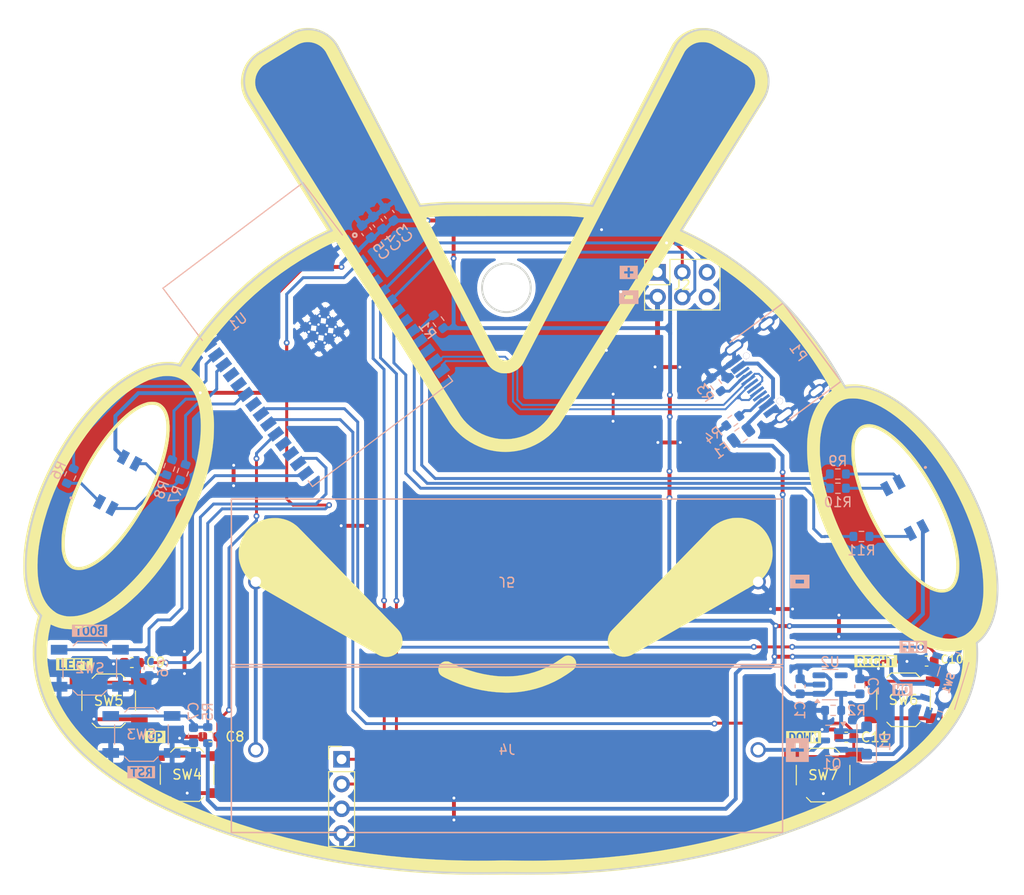
<source format=kicad_pcb>
(kicad_pcb (version 20240108) (generator "pcbnew") (generator_version "8.0")
  (title_block (title "Bugcon_2024_Community") (date "2024-09-05") (rev "v1.0") (company "Electronic Cats") (comment 1 "Lizeth Gallegos Martínez"))
  (layers (0 "F.Cu" signal) (31 "B.Cu" signal) (34 "B.Paste" user) (35 "F.Paste" user) (36 "B.SilkS" user "B.Silkscreen") (37 "F.SilkS" user "F.Silkscreen") (38 "B.Mask" user) (39 "F.Mask" user) (44 "Edge.Cuts" user))
  (net 0 "")
  (net 1 "VBUS")
  (net 2 "GND")
  (net 3 "Net-(D1-A)")
  (net 4 "/VOUT")
  (net 5 "/BOOT")
  (net 6 "/EN")
  (net 7 "/UP")
  (net 8 "/LEFT")
  (net 9 "/RIGHT")
  (net 10 "/DOWN")
  (net 11 "Net-(D1-K)")
  (net 12 "/LED1")
  (net 13 "/LED2")
  (net 14 "Net-(F1-Pad1)")
  (net 16 "/SCL")
  (net 17 "/SDA")
  (net 19 "+BATT")
  (net 20 "Net-(J4-Pin_1)")
  (net 21 "Net-(P1-VCONN)")
  (net 22 "/D-")
  (net 23 "/D+")
  (net 24 "Net-(P1-CC)")
  (net 25 "Net-(U1-IO8)")
  (net 28 "/TX")
  (net 29 "/RX1")
  (net 30 "Net-(D2-RK)")
  (net 31 "Net-(D2-GK)")
  (net 32 "/TX1")
  (net 33 "/RX")
  (net 36 "Net-(D2-BK)")
  (net 37 "/LED3")
  (net 38 "/LED4")
  (net 39 "Net-(D3-RK)")
  (net 40 "Net-(D3-GK)")
  (net 41 "/LED5")
  (net 42 "Net-(D3-BK)")
  (net 43 "/LED6")
  (footprint "Capacitor_SMD:C_0603_1608Metric" (layer "F.Cu") (at 165.718802 104.150515)
    (property "Reference" "C10")
    (property "Value" "0.1uF")
  )
  (footprint "kibuzzard-66F4762A" (layer "F.Cu") (at 160.5 104.15)
    (property "Reference" "kibuzzard-66F4762A" (hide yes))
    (property "Value" "G***" (hide yes))
  )
  (footprint "kibuzzard-66F4761D" (layer "F.Cu") (at 86.55 111.93)
    (property "Reference" "kibuzzard-66F4761D" (hide yes))
    (property "Value" "G***" (hide yes))
  )
  (footprint "Button_Switch_SMD:SW_SPST_TL3342" (layer "F.Cu") (at 163.343802 108.120515 180)
    (property "Reference" "SW6")
    (property "Value" "~")
  )
  (footprint "kibuzzard-66F47638" (layer "F.Cu") (at 153.09 111.96)
    (property "Reference" "kibuzzard-66F47638" (hide yes))
    (property "Value" "G***" (hide yes))
  )
  (footprint "Button_Switch_SMD:SW_SPST_TL3342" (layer "F.Cu") (at 81.783802 108.220515 180)
    (property "Reference" "SW5")
    (property "Value" "~")
  )
  (footprint "Capacitor_SMD:C_0603_1608Metric" (layer "F.Cu") (at 84.158802 104.300515)
    (property "Reference" "C9")
    (property "Value" "0.1uF")
  )
  (footprint "Library:Display OLED 128 x32" (layer "F.Cu") (at 105.683802 114.230515)
    (property "Reference" "J3" (hide yes))
    (property "Value" "OLED")
  )
  (footprint "Button_Switch_SMD:SW_SPST_TL3342" (layer "F.Cu") (at 89.833802 115.800515 180)
    (property "Reference" "SW4")
    (property "Value" "~")
  )
  (footprint "Capacitor_SMD:C_0603_1608Metric" (layer "F.Cu") (at 92.208802 111.920515)
    (property "Reference" "C8")
    (property "Value" "0.1uF")
  )
  (footprint "Connector_PinSocket_2.54mm:PinSocket_2x03_P2.54mm_Vertical" (layer "F.Cu") (at 138.105 64.23 90)
    (property "Reference" "J2")
    (property "Value" "Add_On")
  )
  (footprint "kibuzzard-66F4760F" (layer "F.Cu") (at 78.26 104.47)
    (property "Reference" "kibuzzard-66F4760F" (hide yes))
    (property "Value" "G***" (hide yes))
  )
  (footprint "Library:02.BugCON Personajes" (layer "F.Cu") (at 123.01 82.61)
    (property "Reference" "Ref**" (hide yes))
    (property "Value" "Val**" (hide yes))
  )
  (footprint "Capacitor_SMD:C_0603_1608Metric" (layer "F.Cu") (at 157.468802 111.960515)
    (property "Reference" "C11")
    (property "Value" "0.1uF")
  )
  (footprint "Button_Switch_SMD:SW_SPST_TL3342" (layer "F.Cu") (at 155.093802 115.850515 180)
    (property "Reference" "SW7")
    (property "Value" "~")
  )
  (footprint "Library:C393939" (layer "B.Cu") (at 148.528503 75.425216 -53.5)
    (property "Reference" "P1")
    (property "Value" "USB_C_Plug_USB2.0" (hide yes))
  )
  (footprint "Library:AAA3528SURKCGKC09" (layer "B.Cu") (at 163.472579 88.396958 118)
    (property "Reference" "D3" (hide yes))
    (property "Value" "LED_RABG" (hide yes))
  )
  (footprint "Capacitor_SMD:C_0603_1608Metric" (layer "B.Cu") (at 90.488802 111.750515 90)
    (property "Reference" "C7")
    (property "Value" "0.1uF")
  )
  (footprint "Library:AAA3528SURKCGKC09" (layer "B.Cu") (at 82.71 85.84 -118)
    (property "Reference" "D2" (hide yes))
    (property "Value" "LED_RABG" (hide yes))
  )
  (footprint "kibuzzard-666C89F7" (layer "B.Cu") (at 135.15 66.78 180)
    (property "Reference" "kibuzzard-666C89F7" (hide yes))
    (property "Value" "G***" (hide yes))
  )
  (footprint "Capacitor_SMD:C_0603_1608Metric" (layer "B.Cu") (at 108.243802 60.050515 127)
    (property "Reference" "C5")
    (property "Value" "10uF")
  )
  (footprint "kibuzzard-66F475F7" (layer "B.Cu") (at 79.82 101.03 180)
    (property "Reference" "kibuzzard-66F475F7" (hide yes))
    (property "Value" "G***" (hide yes))
  )
  (footprint "Resistor_SMD:R_0603_1608Metric" (layer "B.Cu") (at 115.63 69.3 -53)
    (property "Reference" "R1")
    (property "Value" "3.3K")
  )
  (footprint "Button_Switch_SMD:SW_SPST_TL3342" (layer "B.Cu") (at 79.843802 104.880515)
    (property "Reference" "SW2")
    (property "Value" "~")
  )
  (footprint "Diode_SMD:D_SOD-123F" (layer "B.Cu") (at 159.563802 112.300515 90)
    (property "Reference" "D1")
    (property "Value" "MBR120")
  )
  (footprint "Package_TO_SOT_SMD:SOT-23-5" (layer "B.Cu") (at 155.811302 106.558015)
    (property "Reference" "U2")
    (property "Value" "XC6220B331MR-G")
  )
  (footprint "Resistor_SMD:R_0603_1608Metric" (layer "B.Cu") (at 89.39 84.75 -110)
    (property "Reference" "R7")
    (property "Value" "330")
  )
  (footprint "kibuzzard-66F47655" (layer "B.Cu") (at 164.35 102.68 180)
    (property "Reference" "kibuzzard-66F47655" (hide yes))
    (property "Value" "G***" (hide yes))
  )
  (footprint "Resistor_SMD:R_0603_1608Metric" (layer "B.Cu") (at 88.01 84.25 -110)
    (property "Reference" "R8")
    (property "Value" "330")
  )
  (footprint "Library:BATT_8BH-AA-A1AJ020_MYG" (layer "B.Cu") (at 148.43 96)
    (property "Reference" "J5")
    (property "Value" "Battery")
  )
  (footprint "Resistor_SMD:R_0603_1608Metric" (layer "B.Cu") (at 156.61 84.94)
    (property "Reference" "R9")
    (property "Value" "330")
  )
  (footprint "Package_TO_SOT_SMD:SOT-23" (layer "B.Cu") (at 156.006302 112.298015 180)
    (property "Reference" "Q1")
    (property "Value" "DMG3415U-7")
  )
  (footprint "Capacitor_SMD:C_0603_1608Metric" (layer "B.Cu") (at 109.413802 59.170515 127)
    (property "Reference" "C4")
    (property "Value" "10uF")
  )
  (footprint "kibuzzard-66F47642" (layer "B.Cu") (at 163.24 107.08 180)
    (property "Reference" "kibuzzard-66F47642" (hide yes))
    (property "Value" "G***" (hide yes))
  )
  (footprint "Library:XCVR_ESP32-C6-WROOM-1-N8" (layer "B.Cu") (at 102.211046 70.628311 -143)
    (property "Reference" "U1")
    (property "Value" "ESP32-C6-WROOM-1U-N4")
  )
  (footprint "Capacitor_SMD:C_0603_1608Metric" (layer "B.Cu") (at 152.733802 106.733015 90)
    (property "Reference" "C1")
    (property "Value" "10uF")
  )
  (footprint "Resistor_SMD:R_0603_1608Metric" (layer "B.Cu") (at 159.03 91.35)
    (property "Reference" "R11")
    (property "Value" "330")
  )
  (footprint "kibuzzard-66F47715" (layer "B.Cu") (at 135.15 64.24 180)
    (property "Reference" "kibuzzard-66F47715" (hide yes))
    (property "Value" "G***" (hide yes))
  )
  (footprint "kibuzzard-666C89F7" (layer "B.Cu") (at 152.7 95.98 180)
    (property "Reference" "kibuzzard-666C89F7" (hide yes))
    (property "Value" "G***" (hide yes))
  )
  (footprint "Capacitor_SMD:C_0603_1608Metric" (layer "B.Cu") (at 85.923802 104.860515 90)
    (property "Reference" "C6")
    (property "Value" "0.1uF")
  )
  (footprint "kibuzzard-66F47603" (layer "B.Cu") (at 85.12 115.55 180)
    (property "Reference" "kibuzzard-66F47603" (hide yes))
    (property "Value" "G***" (hide yes))
  )
  (footprint "Capacitor_SMD:C_0603_1608Metric" (layer "B.Cu") (at 158.863802 106.738015 90)
    (property "Reference" "C2")
    (property "Value" "10uF")
  )
  (footprint "Capacitor_SMD:C_0603_1608Metric" (layer "B.Cu") (at 110.583802 58.290515 127)
    (property "Reference" "C3")
    (property "Value" "1uF")
  )
  (footprint "Resistor_SMD:R_0603_1608Metric" (layer "B.Cu") (at 77.84 85.14 -115)
    (property "Reference" "R6")
    (property "Value" "330")
  )
  (footprint "Resistor_SMD:R_0603_1608Metric" (layer "B.Cu") (at 156.615 86.4)
    (property "Reference" "R10")
    (property "Value" "330")
  )
  (footprint "Button_Switch_SMD:SW_SPST_TL3342" (layer "B.Cu") (at 85.143802 111.680515)
    (property "Reference" "SW3")
    (property "Value" "~")
  )
  (footprint "Resistor_SMD:R_0603_1608Metric" (layer "B.Cu") (at 156.123802 109.208015 180)
    (property "Reference" "R2")
    (property "Value" "100K")
  )
  (footprint "Resistor_SMD:R_0603_1608Metric" (layer "B.Cu") (at 144.119271 75.766819 -53.5)
    (property "Reference" "R3")
    (property "Value" "5k1")
  )
  (footprint "Resistor_SMD:R_0603_1608Metric" (layer "B.Cu") (at 91.948802 111.750515 -90)
    (property "Reference" "R5")
    (property "Value" "10K")
  )
  (footprint "Library:MSK12C02" (layer "B.Cu") (at 168.033802 106.310515 -107)
    (property "Reference" "SW1")
    (property "Value" "ON" (hide yes))
  )
  (footprint "kibuzzard-666C8A00" (layer "B.Cu") (at 152.45 113.28)
    (property "Reference" "kibuzzard-666C8A00" (hide yes))
    (property "Value" "G***" (hide yes))
  )
  (footprint "Resistor_SMD:R_0603_1608Metric" (layer "B.Cu") (at 145.830621 79.471244 36.5)
    (property "Reference" "R4")
    (property "Value" "5k1")
  )
  (footprint "Fuse:Fuse_0805_2012Metric" (layer "B.Cu") (at 146.670621 80.941244 -143.5)
    (property "Reference" "F1")
    (property "Value" "0.75A")
  )
  (footprint "Library:BATT_8BH-AA-A1AJ020_MYG" (layer "B.Cu") (at 96.88 113.26 180)
    (property "Reference" "J4")
    (property "Value" "Battery")
  )
  (gr_curve (pts (xy 139.994667 40.925359) (xy 139.955039 40.988581) (xy 139.922191 41.052194) (xy 139.88908 41.115806)) (stroke (width 0.2)) (layer "Edge.Cuts"))
  (gr_curve (pts (xy 97.330713 41.694453) (xy 95.728533 42.658421) (xy 95.208811 44.747475) (xy 96.172255 46.351481)) (stroke (width 0.2)) (layer "Edge.Cuts"))
  (gr_line (start 140.641745 60.002146) (end 140.502787 59.939054) (stroke (width 0.2)) (layer "Edge.Cuts"))
  (gr_circle (center 122.5955 65.81998) (end 125.09552 65.81998) (stroke (width 0.2)) (fill none) (layer "Edge.Cuts"))
  (gr_curve (pts (xy 93.158205 121.495994) (xy 101.347303 124.433129) (xy 110.362716 125.922295) (xy 119.953903 125.922295)) (stroke (width 0.2)) (layer "Edge.Cuts"))
  (gr_curve (pts (xy 169.953396 86.031365) (xy 168.126355 82.59419) (xy 165.747395 79.697593) (xy 163.254244 77.875114)) (stroke (width 0.2)) (layer "Edge.Cuts"))
  (gr_curve (pts (xy 74.793802 106.900515) (xy 76.590864 112.865514) (xy 82.769643 117.77621) (xy 93.158205 121.495994)) (stroke (width 0.2)) (layer "Edge.Cuts"))
  (gr_curve (pts (xy 148.985442 46.400095) (xy 149.976915 44.81121) (xy 149.493041 42.709123) (xy 147.906372 41.714651)) (stroke (width 0.2)) (layer "Edge.Cuts"))
  (gr_line (start 127.682471 57.178943) (end 117.508472 57.178943) (stroke (width 0.2)) (layer "Edge.Cuts"))
  (gr_line (start 96.172255 46.351481) (end 96.208362 46.40988) (stroke (width 0.2)) (layer "Edge.Cuts"))
  (gr_line (start 100.536378 39.765735) (end 97.330713 41.694453) (stroke (width 0.2)) (layer "Edge.Cuts"))
  (gr_line (start 113.827145 57.402241) (end 113.735114 57.41332) (stroke (width 0.2)) (layer "Edge.Cuts"))
  (gr_curve (pts (xy 152.035467 121.495999) (xy 162.429113 117.75484) (xy 168.607893 112.844144) (xy 170.4 106.9)) (stroke (width 0.2)) (layer "Edge.Cuts"))
  (gr_line (start 170.872664 102.36003) (end 170.866657 102.288075) (stroke (width 0.2)) (layer "Edge.Cuts"))
  (gr_curve (pts (xy 170.923753 102.243754) (xy 174.01914 99.846283) (xy 173.601745 92.876515) (xy 169.953396 86.031365)) (stroke (width 0.2)) (layer "Edge.Cuts"))
  (gr_curve (pts (xy 131.361321 57.402241) (xy 130.124522 57.254027) (xy 128.886942 57.178943) (xy 127.682471 57.178943)) (stroke (width 0.2)) (layer "Edge.Cuts"))
  (gr_curve (pts (xy 156.917213 75.268433) (xy 152.965671 68.324599) (xy 147.338028 63.045913) (xy 140.641745 60.002146)) (stroke (width 0.2)) (layer "Edge.Cuts"))
  (gr_line (start 74.808274 99.428101) (end 74.858592 99.484414) (stroke (width 0.2)) (layer "Edge.Cuts"))
  (gr_line (start 170.866657 102.288075) (end 170.923753 102.243754) (stroke (width 0.2)) (layer "Edge.Cuts"))
  (gr_curve (pts (xy 105.299124 41.115681) (xy 104.88173 40.309441) (xy 104.175733 39.714376) (xy 103.310964 39.439851)) (stroke (width 0.2)) (layer "Edge.Cuts"))
  (gr_curve (pts (xy 76.332113 83.724613) (xy 72.913971 90.142463) (xy 72.287228 96.59994) (xy 74.808274 99.428101)) (stroke (width 0.2)) (layer "Edge.Cuts"))
  (gr_line (start 157.487642 76.071667) (end 157.392744 76.092009) (stroke (width 0.2)) (layer "Edge.Cuts"))
  (gr_line (start 140.502787 59.939054) (end 148.985442 46.400095) (stroke (width 0.2)) (layer "Edge.Cuts"))
  (gr_line (start 122.577542 125.887616) (end 122.577547 125.887627) (stroke (width 0.2)) (layer "Edge.Cuts"))
  (gr_curve (pts (xy 103.310964 39.439851) (xy 102.446587 39.165456) (xy 101.527069 39.24432) (xy 100.721742 39.661712)) (stroke (width 0.2)) (layer "Edge.Cuts"))
  (gr_line (start 113.735114 57.41332) (end 105.299124 41.115681) (stroke (width 0.2)) (layer "Edge.Cuts"))
  (gr_curve (pts (xy 100.721742 39.661712) (xy 100.658391 39.694693) (xy 100.597254 39.72754) (xy 100.536378 39.765735)) (stroke (width 0.2)) (layer "Edge.Cuts"))
  (gr_curve (pts (xy 144.656647 39.761688) (xy 143.050164 38.798109) (xy 140.958504 39.320309) (xy 139.994667 40.925359)) (stroke (width 0.2)) (layer "Edge.Cuts"))
  (gr_line (start 157.392744 76.092009) (end 156.917213 75.268433) (stroke (width 0.2)) (layer "Edge.Cuts"))
  (gr_curve (pts (xy 170.4 106.9) (xy 170.838511 105.428564) (xy 170.997542 103.900814) (xy 170.872664 102.36003)) (stroke (width 0.2)) (layer "Edge.Cuts"))
  (gr_curve (pts (xy 74.836167 99.556631) (xy 74.091845 101.950973) (xy 74.077247 104.49027) (xy 74.793802 106.900515)) (stroke (width 0.2)) (layer "Edge.Cuts"))
  (gr_line (start 131.453351 57.413186) (end 131.361321 57.402241) (stroke (width 0.2)) (layer "Edge.Cuts"))
  (gr_line (start 139.88908 41.115806) (end 131.453351 57.413186) (stroke (width 0.2)) (layer "Edge.Cuts"))
  (gr_curve (pts (xy 163.254244 77.875114) (xy 161.150591 76.337588) (xy 159.156435 75.714235) (xy 157.487642 76.071667)) (stroke (width 0.2)) (layer "Edge.Cuts"))
  (gr_line (start 147.906372 41.714651) (end 147.860227 41.689103) (stroke (width 0.2)) (layer "Edge.Cuts"))
  (gr_curve (pts (xy 119.953903 125.922295) (xy 120.758971 125.922292) (xy 121.617223 125.911082) (xy 122.577542 125.887616)) (stroke (width 0.2)) (layer "Edge.Cuts"))
  (gr_curve (pts (xy 104.546587 60.007496) (xy 98.380582 62.81076) (xy 93.069308 67.563206) (xy 89.187105 73.75098)) (stroke (width 0.2)) (layer "Edge.Cuts"))
  (gr_line (start 104.685414 59.944404) (end 104.546587 60.007496) (stroke (width 0.2)) (layer "Edge.Cuts"))
  (gr_line (start 89.134572 73.834927) (end 89.039023 73.808845) (stroke (width 0.2)) (layer "Edge.Cuts"))
  (gr_curve (pts (xy 122.577547 125.887627) (xy 133.219127 126.179099) (xy 143.126812 124.700884) (xy 152.035467 121.495999)) (stroke (width 0.2)) (layer "Edge.Cuts"))
  (gr_curve (pts (xy 117.508472 57.178943) (xy 116.282363 57.178943) (xy 115.043739 57.254027) (xy 113.827145 57.402241)) (stroke (width 0.2)) (layer "Edge.Cuts"))
  (gr_curve (pts (xy 89.039023 73.808845) (xy 85.286912 72.786999) (xy 79.943701 76.957286) (xy 76.332113 83.724613)) (stroke (width 0.2)) (layer "Edge.Cuts"))
  (gr_line (start 89.187105 73.75098) (end 89.134572 73.834927) (stroke (width 0.2)) (layer "Edge.Cuts"))
  (gr_line (start 147.860227 41.689103) (end 144.656647 39.761688) (stroke (width 0.2)) (layer "Edge.Cuts"))
  (gr_line (start 96.208362 46.40988) (end 104.685414 59.944404) (stroke (width 0.2)) (layer "Edge.Cuts"))
  (gr_line (start 74.858592 99.484414) (end 74.836167 99.556631) (stroke (width 0.2)) (layer "Edge.Cuts"))
  (segment (start 150.94 84.75) (end 150.94 87.04) (width 0.4) (layer "F.Cu") (net 1))
  (segment (start 150.94 87.04) (end 150.95 87.05) (width 0.4) (layer "F.Cu") (net 1))
  (via (at 150.94 84.75) (size 0.6) (drill 0.3) (layers "F.Cu" "B.Cu") (net 1))
  (via (at 150.95 87.05) (size 0.6) (drill 0.3) (layers "F.Cu" "B.Cu") (net 1))
  (segment (start 155.84 106.98) (end 155.311985 107.508015) (width 0.4) (layer "B.Cu") (net 1))
  (segment (start 155.311985 107.508015) (end 154.673802 107.508015) (width 0.4) (layer "B.Cu") (net 1))
  (segment (start 152.733802 107.508015) (end 154.673802 107.508015) (width 0.4) (layer "B.Cu") (net 1))
  (segment (start 150.95 103.67995) (end 150.93 103.69995) (width 0.4) (layer "B.Cu") (net 1))
  (segment (start 150.93 84.74) (end 150.94 84.75) (width 0.4) (layer "B.Cu") (net 1))
  (segment (start 145.917005 81.49889) (end 146.448115 82.03) (width 0.4) (layer "B.Cu") (net 1))
  (segment (start 154.673802 105.608015) (end 155.378015 105.608015) (width 0.4) (layer "B.Cu") (net 1))
  (segment (start 150.93 106.59) (end 151.848015 107.508015) (width 0.4) (layer "B.Cu") (net 1))
  (segment (start 155.378015 105.608015) (end 155.84 106.07) (width 0.4) (layer "B.Cu") (net 1))
  (segment (start 151.848015 107.508015) (end 152.733802 107.508015) (width 0.4) (layer "B.Cu") (net 1))
  (segment (start 155.84 106.07) (end 155.84 106.98) (width 0.4) (layer "B.Cu") (net 1))
  (segment (start 146.448115 82.03) (end 149.89 82.03) (width 0.4) (layer "B.Cu") (net 1))
  (segment (start 150.95 87.05) (end 150.95 103.67995) (width 0.4) (layer "B.Cu") (net 1))
  (segment (start 150.93 83.07) (end 150.93 84.74) (width 0.4) (layer "B.Cu") (net 1))
  (segment (start 149.89 82.03) (end 150.93 83.07) (width 0.4) (layer "B.Cu") (net 1))
  (segment (start 150.93 103.69995) (end 150.93 106.59) (width 0.4) (layer "B.Cu") (net 1))
  (segment (start 166.424317 110.020515) (end 166.93 110.09) (width 0.4) (layer "F.Cu") (net 2))
  (segment (start 155.120515 117.750515) (end 158.243802 117.750515) (width 0.4) (layer "F.Cu") (net 2))
  (segment (start 105.65 90.26) (end 105.64 90.25) (width 0.4) (layer "F.Cu") (net 2))
  (segment (start 151.943802 117.750515) (end 155.119485 117.750515) (width 0.4) (layer "F.Cu") (net 2))
  (segment (start 138.105 71.635) (end 137.5 72.24) (width 0.5) (layer "F.Cu") (net 2))
  (segment (start 164.943802 104.150515) (end 163.729485 104.150515) (width 0.4) (layer "F.Cu") (net 2))
  (segment (start 133.55 76.74) (end 133.55 79.51) (width 0.3) (layer "F.Cu") (net 2))
  (segment (start 133.55 79.51) (end 133.54 79.52) (width 0.3) (layer "F.Cu") (net 2))
  (segment (start 155.12 117.75) (end 155.120515 117.750515) (width 0.4) (layer "F.Cu") (net 2))
  (segment (start 163.7 104.18) (end 161.23 104.18) (width 0.4) (layer "F.Cu") (net 2))
  (segment (start 137.5 72.24) (end 132.86 72.24) (width 0.5) (layer "F.Cu") (net 2))
  (segment (start 89.199485 111.920515) (end 89.06 112.06) (width 0.4) (layer "F.Cu") (net 2))
  (segment (start 140.39 73.96) (end 137.87 73.96) (width 0.4) (layer "F.Cu") (net 2))
  (segment (start 89.84 117.7) (end 89.840515 117.700515) (width 0.4) (layer "F.Cu") (net 2))
  (segment (start 138.105 66.77) (end 138.105 71.635) (width 0.5) (layer "F.Cu") (net 2))
  (segment (start 156.72 101.64) (end 156.71 101.65) (width 0.4) (layer "F.Cu") (net 2))
  (segment (start 108.345 90.26) (end 105.65 90.26) (width 0.4) (layer "F.Cu") (net 2))
  (segment (start 166.563287 110.020515) (end 166.493802 110.020515) (width 0.4) (layer "F.Cu") (net 2))
  (segment (start 151.96 98.8) (end 149.7 98.8) (width 0.4) (layer "F.Cu") (net 2))
  (segment (start 156.27 111.17) (end 156.693802 111.593802) (width 0.4) (layer "F.Cu") (net 2))
  (segment (start 161.23 104.18) (end 160.77 104.64) (width 0.4) (layer "F.Cu") (net 2))
  (segment (start 80.249485 110.120515) (end 80.27 110.1) (width 0.4) (layer "F.Cu") (net 2))
  (segment (start 80.27 110.1) (end 80.290515 110.120515) (width 0.4) (layer "F.Cu") (net 2))
  (segment (start 94.6 84.05) (end 94.61 84.04) (width 0.4) (layer "F.Cu") (net 2))
  (segment (start 155.119485 117.750515) (end 155.12 117.75) (width 0.4) (layer "F.Cu") (net 2))
  (segment (start 137.87 73.96) (end 137.85 73.94) (width 0.4) (layer "F.Cu") (net 2))
  (segment (start 160.77 104.64) (end 160.77 104.92) (width 0.4) (layer "F.Cu") (net 2))
  (segment (start 160.193802 110.020515) (end 166.424317 110.020515) (width 0.4) (layer "F.Cu") (net 2))
  (segment (start 78.633802 110.120515) (end 80.249485 110.120515) (width 0.4) (layer "F.Cu") (net 2))
  (segment (start 89.56 103.165) (end 89.56 105.435) (width 0.4) (layer "F.Cu") (net 2))
  (segment (start 163.729485 104.150515) (end 163.7 104.18) (width 0.4) (layer "F.Cu") (net 2))
  (segment (start 89.840515 117.700515) (end 92.983802 117.700515) (width 0.4) (layer "F.Cu") (net 2))
  (segment (start 89.839485 117.700515) (end 89.84 117.7) (width 0.4) (layer "F.Cu") (net 2))
  (segment (start 82.419485 104.300515) (end 82.28 104.44) (width 0.4) (layer "F.Cu") (net 2))
  (segment (start 83.383802 104.300515) (end 82.419485 104.300515) (width 0.4) (layer "F.Cu") (net 2))
  (segment (start 166.93 110.09) (end 166.563287 110.020515) (width 0.4) (layer "F.Cu") (net 2))
  (segment (start 80.290515 110.120515) (end 84.933802 110.120515) (width 0.4) (layer "F.Cu") (net 2))
  (segment (start 140.44 81.7) (end 138.14 81.7) (width 0.4) (layer "F.Cu") (net 2))
  (segment (start 86.683802 117.700515) (end 89.839485 117.700515) (width 0.4) (layer "F.Cu") (net 2))
  (segment (start 117.21 120.46) (end 117.21 118.21) (width 0.4) (layer "F.Cu") (net 2))
  (segment (start 154.99 111.17) (end 156.27 111.17) (width 0.4) (layer "F.Cu") (net 2))
  (segment (start 91.433802 111.920515) (end 89.199485 111.920515) (width 0.4) (layer "F.Cu") (net 2))
  (segment (start 94.6 86.14) (end 94.6 84.05) (width 0.4) (layer "F.Cu") (net 2))
  (segment (start 156.693802 111.593802) (end 156.693802 111.960515) (width 0.4) (layer "F.Cu") (net 2))
  (segment (start 156.72 99.43) (end 156.72 101.64) (width 0.4) (layer "F.Cu") (net 2))
  (via (at 138.14 81.7) (size 0.6) (drill 0.3) (layers "F.Cu" "B.Cu") (net 2))
  (via (at 137.85 73.94) (size 0.6) (drill 0.3) (layers "F.Cu" "B.Cu") (net 2))
  (via (at 117.21 118.21) (size 0.6) (drill 0.3) (layers "F.Cu" "B.Cu") (net 2))
  (via (at 155.12 117.75) (size 0.6) (drill 0.3) (layers "F.Cu" "B.Cu") (net 2))
  (via (at 94.6 86.14) (size 0.6) (drill 0.3) (layers "F.Cu" "B.Cu") (net 2))
  (via (at 151.96 98.8) (size 0.6) (drill 0.3) (layers "F.Cu" "B.Cu") (net 2))
  (via (at 156.72 99.43) (size 0.6) (drill 0.3) (layers "F.Cu" "B.Cu") (net 2))
  (via (at 149.7 98.8) (size 0.6) (drill 0.3) (layers "F.Cu" "B.Cu") (net 2))
  (via (at 89.06 112.06) (size 0.6) (drill 0.3) (layers "F.Cu" "B.Cu") (net 2))
  (via (at 89.84 117.7) (size 0.6) (drill 0.3) (layers "F.Cu" "B.Cu") (net 2))
  (via (at 140.44 81.7) (size 0.6) (drill 0.3) (layers "F.Cu" "B.Cu") (net 2))
  (via (at 132.86 72.24) (size 0.6) (drill 0.3) (layers "F.Cu" "B.Cu") (net 2))
  (via (at 156.71 101.65) (size 0.6) (drill 0.3) (layers "F.Cu" "B.Cu") (net 2))
  (via (at 133.54 79.52) (size 0.6) (drill 0.3) (layers "F.Cu" "B.Cu") (net 2))
  (via (at 154.99 111.17) (size 0.6) (drill 0.3) (layers "F.Cu" "B.Cu") (net 2))
  (via (at 89.56 105.435) (size 0.6) (drill 0.3) (layers "F.Cu" "B.Cu") (net 2))
  (via (at 140.39 73.96) (size 0.6) (drill 0.3) (layers "F.Cu" "B.Cu") (net 2))
  (via (at 105.64 90.25) (size 0.6) (drill 0.3) (layers "F.Cu" "B.Cu") (net 2))
  (via (at 166.93 110.09) (size 0.6) (drill 0.3) (layers "F.Cu" "B.Cu") (net 2))
  (via (at 117.21 120.46) (size 0.6) (drill 0.3) (layers "F.Cu" "B.Cu") (net 2))
  (via (at 160.77 104.92) (size 0.6) (drill 0.3) (layers "F.Cu" "B.Cu") (net 2))
  (via (at 82.28 104.44) (size 0.6) (drill 0.3) (layers "F.Cu" "B.Cu") (net 2))
  (via (at 89.56 103.165) (size 0.6) (drill 0.3) (layers "F.Cu" "B.Cu") (net 2))
  (via (at 133.55 76.74) (size 0.6) (drill 0.3) (layers "F.Cu" "B.Cu") (net 2))
  (via (at 80.27 110.1) (size 0.6) (drill 0.3) (layers "F.Cu" "B.Cu") (net 2))
  (via (at 134.33 66.22) (size 0.6) (drill 0.3) (layers "F.Cu" "B.Cu") (net 2))
  (via (at 94.61 84.04) (size 0.6) (drill 0.3) (layers "F.Cu" "B.Cu") (net 2))
  (via (at 132.36 59.85) (size 0.6) (drill 0.3) (layers "F.Cu" "B.Cu") (net 2))
  (via (at 163.7 104.18) (size 0.6) (drill 0.3) (layers "F.Cu" "B.Cu") (net 2))
  (via (at 108.345 90.26) (size 0.6) (drill 0.3) (layers "F.Cu" "B.Cu") (net 2))
  (segment (start 152.733802 105.958015) (end 153.333802 106.558015) (width 0.4) (layer "B.Cu") (net 2))
  (segment (start 150.68855 78.488287) (end 151.098139 78.897876) (width 0.4) (layer "B.Cu") (net 2))
  (segment (start 145.961889 71.955578) (end 145.958867 71.952556) (width 0.4) (layer "B.Cu") (net 2))
  (segment (start 149.768752 78.488287) (end 150.68855 78.488287) (width 0.4) (layer "B.Cu") (net 2))
  (segment (start 145.961889 73.343602) (end 145.961889 71.955578) (width 0.4) (layer "B.Cu") (net 2))
  (segment (start 153.333802 106.558015) (end 154.673802 106.558015) (width 0.4) (layer "B.Cu") (net 2))
  (segment (start 156.948802 107.508015) (end 158.858802 107.508015) (width 0.4) (layer "B.Cu") (net 3))
  (segment (start 159.116302 111.348015) (end 159.563802 110.900515) (width 0.4) (layer "B.Cu") (net 3))
  (segment (start 156.948802 109.208015) (end 156.948802 107.508015) (width 0.4) (layer "B.Cu") (net 3))
  (segment (start 156.943802 111.348015) (end 159.116302 111.348015) (width 0.4) (layer "B.Cu") (net 3))
  (segment (start 158.858802 107.508015) (end 158.863802 107.513015) (width 0.4) (layer "B.Cu") (net 3))
  (segment (start 156.943802 109.213015) (end 156.948802 109.208015) (width 0.4) (layer "B.Cu") (net 3))
  (segment (start 156.943802 111.348015) (end 156.943802 109.213015) (width 0.4) (layer "B.Cu") (net 3))
  (segment (start 117.18 60.14) (end 117.18 62.81) (width 0.4) (layer "F.Cu") (net 4))
  (segment (start 151.65 100.55) (end 150.25 100.55) (width 0.4) (layer "F.Cu") (net 4))
  (segment (start 98.71 75.73) (end 97.84 76.6) (width 0.4) (layer "F.Cu") (net 4))
  (segment (start 98.71 66.77) (end 98.71 75.73) (width 0.4) (layer "F.Cu") (net 4))
  (segment (start 139.37 79.05) (end 139.37 76.82) (width 0.4) (layer "F.Cu") (net 4))
  (segment (start 97.84 76.6) (end 91.177116 76.6) (width 0.4) (layer "F.Cu") (net 4))
  (segment (start 150.12 103.7) (end 150.11 103.69) (width 0.4) (layer "F.Cu") (net 4))
  (segment (start 105.67 63.68) (end 101.8 63.68) (width 0.4) (layer "F.Cu") (net 4))
  (segment (start 139.36 79.06) (end 139.37 79.05) (width 0.4) (layer "F.Cu") (net 4))
  (segment (start 150.25 100.55) (end 150.23 100.53) (width 0.4) (layer "F.Cu") (net 4))
  (segment (start 115.949458 58.909458) (end 117.18 60.14) (width 0.4) (layer "F.Cu") (net 4))
  (segment (start 101.8 63.68) (end 98.71 66.77) (width 0.4) (layer "F.Cu") (net 4))
  (segment (start 114.51 58.909458) (end 115.949458 58.909458) (width 0.4) (layer "F.Cu") (net 4))
  (segment (start 91.177116 76.6) (end 91.176177 76.599061) (width 0.4) (layer "F.Cu") (net 4))
  (segment (start 151.96 103.7) (end 150.12 103.7) (width 0.4) (layer "F.Cu") (net 4))
  (segment (start 139.33 87.4) (end 139.33 84.65) (width 0.4) (layer "F.Cu") (net 4))
  (via (at 150.23 100.53) (size 0.6) (drill 0.3) (layers "F.Cu" "B.Cu") (net 4))
  (via (at 139.37 76.82) (size 0.6) (drill 0.3) (layers "F.Cu" "B.Cu") (net 4))
  (via (at 117.18 62.81) (size 0.6) (drill 0.3) (layers "F.Cu" "B.Cu") (net 4))
  (via (at 139.36 79.06) (size 0.6) (drill 0.3) (layers "F.Cu" "B.Cu") (net 4))
  (via (at 114.51 58.909458) (size 0.6) (drill 0.3) (layers "F.Cu" "B.Cu") (net 4))
  (via (at 91.176177 76.599061) (size 0.6) (drill 0.3) (layers "F.Cu" "B.Cu") (net 4))
  (via (at 139.33 87.4) (size 0.6) (drill 0.3) (layers "F.Cu" "B.Cu") (net 4))
  (via (at 139.33 84.65) (size 0.6) (drill 0.3) (layers "F.Cu" "B.Cu") (net 4))
  (via (at 150.11 103.69) (size 0.6) (drill 0.3) (layers "F.Cu" "B.Cu") (net 4))
  (via (at 151.96 103.7) (size 0.6) (drill 0.3) (layers "F.Cu" "B.Cu") (net 4))
  (via (at 151.65 100.55) (size 0.6) (drill 0.3) (layers "F.Cu" "B.Cu") (net 4))
  (via (at 105.67 63.68) (size 0.6) (drill 0.3) (layers "F.Cu" "B.Cu") (net 4))
  (segment (start 150.13 103.67) (end 150.11 103.69) (width 0.4) (layer "B.Cu") (net 4))
  (segment (start 146.13 118.29) (end 146.13 105.42) (width 0.4) (layer "B.Cu") (net 4))
  (segment (start 139.395 76.795) (end 139.395 70.58) (width 0.4) (layer "B.Cu") (net 4))
  (segment (start 165.997543 106.472238) (end 163.002238 106.472238) (width 0.4) (layer "B.Cu") (net 4))
  (segment (start 138.948874 69.958874) (end 138.956126 69.958874) (width 0.4) (layer "B.Cu") (net 4))
  (segment (start 116.82 69.958874) (end 116.126497 69.958874) (width 0.4) (layer "B.Cu") (net 4))
  (segment (start 84.83 76.63) (end 82.47 78.99) (width 0.4) (layer "B.Cu") (net 4))
  (segment (start 139.34 84.64) (end 139.34 79.08) (width 0.4) (layer "B.Cu") (net 4))
  (segment (start 91.145238 76.63) (end 84.83 76.63) (width 0.4) (layer "B.Cu") (net 4))
  (segment (start 82.47 78.99) (end 82.47 82.38348) (width 0.4) (layer "B.Cu") (net 4))
  (segment (start 139.99 100) (end 149.7 100) (width 0.4) (layer "B.Cu") (net 4))
  (segment (start 105.683802 119.310515) (end 145.109485 119.310515) (width 0.4) (layer "B.Cu") (net 4))
  (segment (start 149.65 104.79) (end 150.11 104.33) (width 0.4) (layer "B.Cu") (net 4))
  (segment (start 163.002238 106.472238) (end 162.08 105.55) (width 0.4) (layer "B.Cu") (net 4))
  (segment (start 138.948874 69.958874) (end 117.65 69.958874) (width 0.4) (layer "B.Cu") (net 4))
  (segment (start 145.109485 119.310515) (end 146.13 118.29) (width 0.4) (layer "B.Cu") (net 4))
  (segment (start 138.956126 69.958874) (end 139.395 69.52) (width 0.4) (layer "B.Cu") (net 4))
  (segment (start 146.13 105.42) (end 146.76 104.79) (width 0.4) (layer "B.Cu") (net 4))
  (segment (start 151.65 100.55) (end 164.09 100.55) (width 0.4) (layer "B.Cu") (net 4))
  (segment (start 165.333342 99.306658) (end 165.333342 90.352255) (width 0.4) (layer "B.Cu") (net 4))
  (segment (start 149.7 100) (end 150.23 100.53) (width 0.4) (layer "B.Cu") (net 4))
  (segment (start 139.395 70.405) (end 138.948874 69.958874) (width 0.4) (layer "B.Cu") (net 4))
  (segment (start 139.37 76.82) (end 139.395 76.795) (width 0.4) (layer "B.Cu") (net 4))
  (segment (start 139.395 70.58) (end 139.395 69.52) (width 0.4) (layer "B.Cu") (net 4))
  (segment (start 92.860515 119.310515) (end 91.948802 118.398802) (width 0.4) (layer "B.Cu") (net 4))
  (segment (start 150.13 100.63) (end 150.13 103.67) (width 0.4) (layer "B.Cu") (net 4))
  (segment (start 146.76 104.79) (end 149.65 104.79) (width 0.4) (layer "B.Cu") (net 4))
  (segment (start 110.170209 59.789458) (end 111.050209 58.909458) (width 0.4) (layer "B.Cu") (net 4))
  (segment (start 162.08 105.55) (end 162.08 104.28) (width 0.4) (layer "B.Cu") (net 4))
  (segment (start 117.18 69.62) (end 117.518874 69.958874) (width 0.4) (layer "B.Cu") (net 4))
  (segment (start 150.23 100.53) (end 150.13 100.63) (width 0.4) (layer "B.Cu") (net 4))
  (segment (start 139.395 70.58) (end 139.395 70.405) (width 0.4) (layer "B.Cu") (net 4))
  (segment (start 139.31 87.42) (end 139.31 99.32) (width 0.4) (layer "B.Cu") (net 4))
  (segment (start 117.18 69.598874) (end 116.82 69.958874) (width 0.4) (layer "B.Cu") (net 4))
  (segment (start 107.203793 62.175874) (end 108.710209 60.669458) (width 0.4) (layer "B.Cu") (net 4))
  (segment (start 162.08 104.28) (end 161.49 103.69) (width 0.4) (layer "B.Cu") (net 4))
  (segment (start 109.000209 60.669458) (end 109.880209 59.789458) (width 0.4) (layer "B.Cu") (net 4))
  (segment (start 117.65 69.958874) (end 116.82 69.958874) (width 0.4) (layer "B.Cu") (net 4))
  (segment (start 139.395 65.52) (end 138.105 64.23) (width 0.4) (layer "B.Cu") (net 4))
  (segment (start 91.176177 76.599061) (end 91.145238 76.63) (width 0.4) (layer "B.Cu") (net 4))
  (segment (start 117.18 62.81) (end 117.18 69.598874) (width 0.4) (layer "B.Cu") (net 4))
  (segment (start 164.09 100.55) (end 165.333342 99.306658) (width 0.4) (layer "B.Cu") (net 4))
  (segment (start 109.880209 59.789458) (end 110.170209 59.789458) (width 0.4) (layer "B.Cu") (net 4))
  (segment (start 117.18 69.598874) (end 117.18 69.62) (width 0.4) (layer "B.Cu") (net 4))
  (segment (start 105.67 63.303738) (end 106.797864 62.175874) (width 0.4) (layer "B.Cu") (net 4))
  (segment (start 105.67 63.68) (end 105.67 63.303738) (width 0.4) (layer "B.Cu") (net 4))
  (segment (start 151.97 103.69) (end 151.96 103.7) (width 0.4) (layer "B.Cu") (net 4))
  (segment (start 117.518874 69.958874) (end 117.65 69.958874) (width 0.4) (layer "B.Cu") (net 4))
  (segment (start 91.948802 118.398802) (end 91.948802 112.575515) (width 0.4) (layer "B.Cu") (net 4))
  (segment (start 139.31 99.32) (end 139.99 100) (width 0.4) (layer "B.Cu") (net 4))
  (segment (start 139.395 69.52) (end 139.395 65.52) (width 0.4) (layer "B.Cu") (net 4))
  (segment (start 139.33 87.4) (end 139.31 87.42) (width 0.4) (layer "B.Cu") (net 4))
  (segment (start 105.683802 119.310515) (end 92.860515 119.310515) (width 0.4) (layer "B.Cu") (net 4))
  (segment (start 114.51 58.909458) (end 111.050209 58.909458) (width 0.4) (layer "B.Cu") (net 4))
  (segment (start 139.34 79.08) (end 139.36 79.06) (width 0.4) (layer "B.Cu") (net 4))
  (segment (start 106.797864 62.175874) (end 107.203793 62.175874) (width 0.4) (layer "B.Cu") (net 4))
  (segment (start 150.11 104.33) (end 150.11 103.69) (width 0.4) (layer "B.Cu") (net 4))
  (segment (start 82.47 82.38348) (end 83.290489 83.203969) (width 0.4) (layer "B.Cu") (net 4))
  (segment (start 108.710209 60.669458) (end 109.000209 60.669458) (width 0.4) (layer "B.Cu") (net 4))
  (segment (start 139.33 84.65) (end 139.34 84.64) (width 0.4) (layer "B.Cu") (net 4))
  (segment (start 161.49 103.69) (end 151.97 103.69) (width 0.4) (layer "B.Cu") (net 4))
  (segment (start 101.762246 85.11) (end 92.68 85.11) (width 0.3) (layer "B.Cu") (net 5))
  (segment (start 85.923802 102.98) (end 85.923802 103.37) (width 0.3) (layer "B.Cu") (net 5))
  (segment (start 85.923802 102.58) (end 85.923802 102.98) (width 0.3) (layer "B.Cu") (net 5))
  (segment (start 89.3 88.49) (end 89.3 98.71) (width 0.3) (layer "B.Cu") (net 5))
  (segment (start 82.993802 102.980515) (end 85.54 102.980515) (width 0.3) (layer "B.Cu") (net 5))
  (segment (start 88.09 99.92) (end 86.83 99.92) (width 0.3) (layer "B.Cu") (net 5))
  (segment (start 89.3 98.71) (end 88.09 99.92) (width 0.3) (layer "B.Cu") (net 5))
  (segment (start 86.83 99.92) (end 85.923802 100.826198) (width 0.3) (layer "B.Cu") (net 5))
  (segment (start 101.993405 84.878841) (end 101.762246 85.11) (width 0.3) (layer "B.Cu") (net 5))
  (segment (start 85.54 102.980515) (end 85.923287 102.980515) (width 0.3) (layer "B.Cu") (net 5))
  (segment (start 85.923287 102.980515) (end 85.923802 102.98) (width 0.3) (layer "B.Cu") (net 5))
  (segment (start 85.54 102.986198) (end 85.923802 103.37) (width 0.3) (layer "B.Cu") (net 5))
  (segment (start 82.993802 102.980515) (end 76.693802 102.980515) (width 0.3) (layer "B.Cu") (net 5))
  (segment (start 92.68 85.11) (end 89.3 88.49) (width 0.3) (layer "B.Cu") (net 5))
  (segment (start 85.923802 103.37) (end 85.923802 104.085515) (width 0.3) (layer "B.Cu") (net 5))
  (segment (start 85.923802 100.826198) (end 85.923802 102.58) (width 0.3) (layer "B.Cu") (net 5))
  (segment (start 85.54 102.980515) (end 85.54 102.986198) (width 0.3) (layer "B.Cu") (net 5))
  (segment (start 85.923802 102.596713) (end 85.54 102.980515) (width 0.3) (layer "B.Cu") (net 5))
  (segment (start 85.923802 102.58) (end 85.923802 102.596713) (width 0.3) (layer "B.Cu") (net 5))
  (segment (start 100.05 72.54) (end 100.05 71.46) (width 0.3) (layer "F.Cu") (net 6))
  (segment (start 104.4 88.13) (end 100.7 88.13) (width 0.3) (layer "F.Cu") (net 6))
  (segment (start 100.05 87.48) (end 100.05 71.46) (width 0.3) (layer "F.Cu") (net 6))
  (segment (start 100.7 88.13) (end 100.05 87.48) (width 0.3) (layer "F.Cu") (net 6))
  (via (at 104.4 88.13) (size 0.6) (drill 0.3) (layers "F.Cu" "B.Cu") (net 6))
  (via (at 100.05 71.46) (size 0.6) (drill 0.3) (layers "F.Cu" "B.Cu") (net 6))
  (segment (start 107.50986 63.19014) (end 107.56217 63.19014) (width 0.3) (layer "B.Cu") (net 6))
  (segment (start 89.720515 109.780515) (end 88.293802 109.780515) (width 0.3) (layer "B.Cu") (net 6))
  (segment (start 91.948802 110.925515) (end 90.538802 110.925515) (width 0.3) (layer "B.Cu") (net 6))
  (segment (start 100.05 66.47) (end 101.74 64.78) (width 0.3) (layer "B.Cu") (net 6))
  (segment (start 100.05 71.46) (end 100.05 66.47) (width 0.3) (layer "B.Cu") (net 6))
  (segment (start 105.92 64.78) (end 107.50986 63.19014) (width 0.3) (layer "B.Cu") (net 6))
  (segment (start 90.488802 110.548802) (end 89.720515 109.780515) (width 0.3) (layer "B.Cu") (net 6))
  (segment (start 101.74 64.78) (end 105.92 64.78) (width 0.3) (layer "B.Cu") (net 6))
  (segment (start 93.42 88.52) (end 91.948802 89.991198) (width 0.3) (layer "B.Cu") (net 6))
  (segment (start 91.948802 89.991198) (end 91.948802 110.925515) (width 0.3) (layer "B.Cu") (net 6))
  (segment (start 104.4 88.13) (end 104.01 88.52) (width 0.3) (layer "B.Cu") (net 6))
  (segment (start 104.01 88.52) (end 93.42 88.52) (width 0.3) (layer "B.Cu") (net 6))
  (segment (start 88.293802 109.780515) (end 81.993802 109.780515) (width 0.3) (layer "B.Cu") (net 6))
  (segment (start 90.538802 110.925515) (end 90.488802 110.975515) (width 0.3) (layer "B.Cu") (net 6))
  (segment (start 90.488802 110.975515) (end 90.488802 110.548802) (width 0.3) (layer "B.Cu") (net 6))
  (segment (start 92.983802 113.900515) (end 92.983802 111.920515) (width 0.3) (layer "F.Cu") (net 7))
  (segment (start 96.95 89.26) (end 96.95 83.35) (width 0.3) (layer "F.Cu") (net 7))
  (segment (start 92.983802 110.306198) (end 92.983802 111.920515) (width 0.3) (layer "F.Cu") (net 7))
  (segment (start 86.683802 113.900515) (end 92.983802 113.900515) (width 0.3) (layer "F.Cu") (net 7))
  (segment (start 94.13 109.16) (end 92.983802 110.306198) (width 0.3) (layer "F.Cu") (net 7))
  (via (at 96.95 89.26) (size 0.6) (drill 0.3) (layers "F.Cu" "B.Cu") (net 7))
  (via (at 96.95 83.35) (size 0.6) (drill 0.3) (layers "F.Cu" "B.Cu") (net 7))
  (via (at 94.13 109.16) (size 0.6) (drill 0.3) (layers "F.Cu" "B.Cu") (net 7))
  (segment (start 96.95 89.71) (end 96.95 89.26) (width 0.3) (layer "B.Cu") (net 7))
  (segment (start 94.13 109.16) (end 94.13 92.53) (width 0.3) (layer "B.Cu") (net 7))
  (segment (start 96.95 82.807958) (end 98.936184 80.821774) (width 0.3) (layer "B.Cu") (net 7))
  (segment (start 94.13 92.53) (end 96.95 89.71) (width 0.3) (layer "B.Cu") (net 7))
  (segment (start 96.95 83.35) (end 96.95 82.807958) (width 0.3) (layer "B.Cu") (net 7))
  (segment (start 87.659485 104.300515) (end 84.933802 104.300515) (width 0.3) (layer "F.Cu") (net 8))
  (segment (start 78.633802 106.320515) (end 84.933802 106.320515) (width 0.3) (layer "F.Cu") (net 8))
  (segment (start 84.933802 106.320515) (end 84.933802 104.300515) (width 0.3) (layer "F.Cu") (net 8))
  (via (at 87.659485 104.300515) (size 0.6) (drill 0.3) (layers "F.Cu" "B.Cu") (net 8))
  (segment (start 90.089485 104.300515) (end 91.19 103.2) (width 0.3) (layer "B.Cu") (net 8))
  (segment (start 91.19 89.37) (end 92.54 88.02) (width 0.3) (layer "B.Cu") (net 8))
  (segment (start 104.09 84.31) (end 103.11 83.33) (width 0.3) (layer "B.Cu") (net 8))
  (segment (start 101.763674 83.33) (end 101.229099 83.864575) (width 0.3) (layer "B.Cu") (net 8))
  (segment (start 92.54 88.02) (end 103.060761 88.02) (width 0.3) (layer "B.Cu") (net 8))
  (segment (start 91.19 103.2) (end 91.19 89.37) (width 0.3) (layer "B.Cu") (net 8))
  (segment (start 103.060761 88.02) (end 104.09 86.990761) (width 0.3) (layer "B.Cu") (net 8))
  (segment (start 103.11 83.33) (end 101.763674 83.33) (width 0.3) (layer "B.Cu") (net 8))
  (segment (start 87.659485 104.300515) (end 90.089485 104.300515) (width 0.3) (layer "B.Cu") (net 8))
  (segment (start 104.09 86.990761) (end 104.09 84.31) (width 0.3) (layer "B.Cu") (net 8))
  (segment (start 166.493802 103.243802) (end 166.493802 104.150515) (width 0.3) (layer "F.Cu") (net 9))
  (segment (start 160.193802 106.220515) (end 166.493802 106.220515) (width 0.3) (layer "F.Cu") (net 9))
  (segment (start 166.493802 106.220515) (end 166.493802 104.150515) (width 0.3) (layer "F.Cu") (net 9))
  (segment (start 165.11 102.71) (end 165.96 102.71) (width 0.3) (layer "F.Cu") (net 9))
  (segment (start 165.96 102.71) (end 166.493802 103.243802) (width 0.3) (layer "F.Cu") (net 9))
  (segment (start 147.98 102.69) (end 151.93 102.69) (width 0.3) (layer "F.Cu") (net 9))
  (via (at 147.98 102.69) (size 0.6) (drill 0.3) (layers "F.Cu" "B.Cu") (net 9))
  (via (at 165.11 102.71) (size 0.6) (drill 0.3) (layers "F.Cu" "B.Cu") (net 9))
  (via (at 151.93 102.69) (size 0.6) (drill 0.3) (layers "F.Cu" "B.Cu") (net 9))
  (segment (start 108.46 102.72) (end 107.34 101.6) (width 0.3) (layer "B.Cu") (net 9))
  (segment (start 97.970813 78.23) (end 97.407574 78.793239) (width 0.3) (layer "B.Cu") (net 9))
  (segment (start 107.34 79.6) (end 105.97 78.23) (width 0.3) (layer "B.Cu") (net 9))
  (segment (start 147.98 102.69) (end 147.95 102.72) (width 0.3) (layer "B.Cu") (net 9))
  (segment (start 147.95 102.72) (end 108.46 102.72) (width 0.3) (layer "B.Cu") (net 9))
  (segment (start 107.34 101.6) (end 107.34 79.6) (width 0.3) (layer "B.Cu") (net 9))
  (segment (start 105.97 78.23) (end 97.970813 78.23) (width 0.3) (layer "B.Cu") (net 9))
  (segment (start 151.93 102.69) (end 151.95 102.71) (width 0.3) (layer "B.Cu") (net 9))
  (segment (start 151.95 102.71) (end 165.11 102.71) (width 0.3) (layer "B.Cu") (net 9))
  (segment (start 143.94 110.57) (end 143.99 110.52) (width 0.3) (layer "F.Cu") (net 10))
  (segment (start 143.99 110.52) (end 157.33 110.52) (width 0.3) (layer "F.Cu") (net 10))
  (segment (start 158.243802 113.950515) (end 158.243802 111.960515) (width 0.3) (layer "F.Cu") (net 10))
  (segment (start 157.33 110.52) (end 158.243802 111.433802) (width 0.3) (layer "F.Cu") (net 10))
  (segment (start 151.943802 113.950515) (end 158.243802 113.950515) (width 0.3) (layer "F.Cu") (net 10))
  (segment (start 158.243802 111.433802) (end 158.243802 111.960515) (width 0.3) (layer "F.Cu") (net 10))
  (via (at 143.94 110.57) (size 0.6) (drill 0.3) (layers "F.Cu" "B.Cu") (net 10))
  (segment (start 106.84 109.21) (end 106.84 80.65) (width 0.3) (layer "B.Cu") (net 10))
  (segment (start 106.84 80.65) (end 105.54 79.35) (width 0.3) (layer "B.Cu") (net 10))
  (segment (start 105.54 79.35) (end 98.629385 79.35) (width 0.3) (layer "B.Cu") (net 10))
  (segment (start 143.94 110.57) (end 108.2 110.57) (width 0.3) (layer "B.Cu") (net 10))
  (segment (start 98.629385 79.35) (end 98.171878 79.807507) (width 0.3) (layer "B.Cu") (net 10))
  (segment (start 108.2 110.57) (end 106.84 109.21) (width 0.3) (layer "B.Cu") (net 10))
  (segment (start 163.14 112.84) (end 162.279485 113.700515) (width 0.4) (layer "B.Cu") (net 11))
  (segment (start 164.053304 107.906696) (end 163.14 108.82) (width 0.4) (layer "B.Cu") (net 11))
  (segment (start 156.943802 113.248015) (end 159.111302 113.248015) (width 0.4) (layer "B.Cu") (net 11))
  (segment (start 159.111302 113.248015) (end 159.563802 113.700515) (width 0.4) (layer "B.Cu") (net 11))
  (segment (start 163.14 108.82) (end 163.14 112.84) (width 0.4) (layer "B.Cu") (net 11))
  (segment (start 165.558987 107.906696) (end 164.053304 107.906696) (width 0.4) (layer "B.Cu") (net 11))
  (segment (start 162.279485 113.700515) (end 159.563802 113.700515) (width 0.4) (layer "B.Cu") (net 11))
  (segment (start 84.110939 75.949061) (end 78.18866 81.87134) (width 0.3) (layer "B.Cu") (net 12))
  (segment (start 91.78 73.65) (end 91.78 75.36) (width 0.3) (layer "B.Cu") (net 12))
  (segment (start 92.722362 72.707638) (end 91.78 73.65) (width 0.3) (layer "B.Cu") (net 12))
  (segment (start 92.821744 72.707638) (end 92.722362 72.707638) (width 0.3) (layer "B.Cu") (net 12))
  (segment (start 91.190939 75.949061) (end 84.110939 75.949061) (width 0.3) (layer "B.Cu") (net 12))
  (segment (start 78.18866 81.87134) (end 78.18866 84.392296) (width 0.3) (layer "B.Cu") (net 12))
  (segment (start 91.78 75.36) (end 91.190939 75.949061) (width 0.3) (layer "B.Cu") (net 12))
  (segment (start 94.700939 77.749061) (end 90.860939 77.749061) (width 0.3) (layer "B.Cu") (net 13))
  (segment (start 89.672167 78.937833) (end 89.672167 83.974754) (width 0.3) (layer "B.Cu") (net 13))
  (segment (start 90.860939 77.749061) (end 89.672167 78.937833) (width 0.3) (layer "B.Cu") (net 13))
  (segment (start 95.878964 76.764705) (end 95.685295 76.764705) (width 0.3) (layer "B.Cu") (net 13))
  (segment (start 95.685295 76.764705) (end 94.700939 77.749061) (width 0.3) (layer "B.Cu") (net 13))
  (segment (start 148.387888 73.597888) (end 149.958667 75.168667) (width 0.4) (layer "B.Cu") (net 14))
  (segment (start 149.292896 77.845202) (end 147.424237 79.713861) (width 0.4) (layer "B.Cu") (net 14))
  (segment (start 149.958667 75.168667) (end 149.958667 77.076809) (width 0.4) (layer "B.Cu") (net 14))
  (segment (start 149.292896 77.74258) (end 149.292896 77.845202) (width 0.4) (layer "B.Cu") (net 14))
  (segment (start 147.424237 79.713861) (end 147.424237 80.383598) (width 0.4) (layer "B.Cu") (net 14))
  (segment (start 146.826549 73.597888) (end 148.387888 73.597888) (width 0.4) (layer "B.Cu") (net 14))
  (segment (start 149.958667 77.076809) (end 149.292896 77.74258) (width 0.4) (layer "B.Cu") (net 14))
  (segment (start 146.437749 73.986688) (end 146.826549 73.597888) (width 0.4) (layer "B.Cu") (net 14))
  (segment (start 111.31 115.68) (end 110.219485 116.770515) (width 0.3) (layer "F.Cu") (net 16))
  (segment (start 110.219485 116.770515) (end 105.683802 116.770515) (width 0.3) (layer "F.Cu") (net 16))
  (segment (start 111.31 97.95) (end 111.31 115.68) (width 0.3) (layer "F.Cu") (net 16))
  (via (at 111.31 97.95) (size 0.6) (drill 0.3) (layers "F.Cu" "B.Cu") (net 16))
  (segment (start 141.93 66.09) (end 141.25 66.77) (width 0.3) (layer "B.Cu") (net 16))
  (segment (start 110.619389 67.24721) (end 109.68 68.186599) (width 0.3) (layer "B.Cu") (net 16))
  (segment (start 110.619389 67.24721) (end 115.706599 62.16) (width 0.3) (layer "B.Cu") (net 16))
  (segment (start 109.68 73.02) (end 111.31 74.65) (width 0.3) (layer "B.Cu") (net 16))
  (segment (start 109.68 68.186599) (end 109.68 73.02) (width 0.3) (layer "B.Cu") (net 16))
  (segment (start 115.706599 62.16) (end 141.02 62.16) (width 0.3) (layer "B.Cu") (net 16))
  (segment (start 141.93 63.07) (end 141.93 66.09) (width 0.3) (layer "B.Cu") (net 16))
  (segment (start 141.02 62.16) (end 141.93 63.07) (width 0.3) (layer "B.Cu") (net 16))
  (segment (start 141.25 66.77) (end 140.645 66.77) (width 0.3) (layer "B.Cu") (net 16))
  (segment (start 111.31 74.65) (end 111.31 97.95) (width 0.3) (layer "B.Cu") (net 16))
  (segment (start 110.04 97.93) (end 110.06 97.95) (width 0.3) (layer "F.Cu") (net 17))
  (segment (start 140.645 61.935) (end 140.645 64.23) (width 0.3) (layer "F.Cu") (net 17))
  (segment (start 108.509485 114.230515) (end 105.683802 114.230515) (width 0.3) (layer "F.Cu") (net 17))
  (segment (start 110.06 97.95) (end 110.06 112.68) (width 0.3) (layer "F.Cu") (net 17))
  (segment (start 139.92 61.21) (end 140.645 61.935) (width 0.3) (layer "F.Cu") (net 17))
  (segment (start 139.03 61.21) (end 139.92 61.21) (width 0.3) (layer "F.Cu") (net 17))
  (segment (start 110.06 112.68) (end 108.509485 114.230515) (width 0.3) (layer "F.Cu") (net 17))
  (via (at 139.03 61.21) (size 0.6) (drill 0.3) (layers "F.Cu" "B.Cu") (net 17))
  (via (at 110.04 97.93) (size 0.6) (drill 0.3) (layers "F.Cu" "B.Cu") (net 17))
  (segment (start 108.92 67.168028) (end 109.855086 66.232942) (width 0.3) (layer "B.Cu") (net 17))
  (segment (start 110.04 97.93) (end 110.04 74.2) (width 0.3) (layer "B.Cu") (net 17))
  (segment (start 139.03 61.21) (end 114.878028 61.21) (width 0.3) (layer "B.Cu") (net 17))
  (segment (start 110.04 74.2) (end 108.92 73.08) (width 0.3) (layer "B.Cu") (net 17))
  (segment (start 114.878028 61.21) (end 109.855086 66.232942) (width 0.3) (layer "B.Cu") (net 17))
  (segment (start 108.92 73.08) (end 108.92 67.168028) (width 0.3) (layer "B.Cu") (net 17))
  (segment (start 154.106817 113.26) (end 155.068802 112.298015) (width 0.4) (layer "B.Cu") (net 19))
  (segment (start 148.430011 113.26) (end 154.106817 113.26) (width 0.4) (layer "B.Cu") (net 19))
  (segment (start 96.873791 95.980515) (end 96.873791 113.260515) (width 0.4) (layer "B.Cu") (net 20))
  (segment (start 96.873791 113.260515) (end 96.883791 113.270515) (width 0.4) (layer "B.Cu") (net 20))
  (segment (start 147.044317 78.43) (end 146.493802 78.980515) (width 0.3) (layer "B.Cu") (net 21))
  (segment (start 148.747306 77.322694) (end 147.64 78.43) (width 0.3) (layer "B.Cu") (net 21))
  (segment (start 148.906262 77.322694) (end 148.747306 77.322694) (width 0.3) (layer "B.Cu") (net 21))
  (segment (start 147.64 78.43) (end 147.044317 78.43) (width 0.3) (layer "B.Cu") (net 21))
  (segment (start 122.45291 72.895) (end 123.715 74.15709) (width 0.2) (layer "B.Cu") (net 22))
  (segment (start 115.20522 73.332813) (end 115.651327 73.332813) (width 0.2) (layer "B.Cu") (net 22))
  (segment (start 123.715 77.3068) (end 124.2532 77.845) (width 0.2) (layer "B.Cu") (net 22))
  (segment (start 148.85 75.38) (end 148.85 75.01) (width 0.2) (layer "B.Cu") (net 22))
  (segment (start 116.08914 72.895) (end 122.45291 72.895) (width 0.2) (layer "B.Cu") (net 22))
  (segment (start 148.014026 76.11691) (end 148.11309 76.11691) (width 0.2) (layer "B.Cu") (net 22))
  (segment (start 148.49 74.65) (end 148.082256 74.65) (width 0.2) (layer "B.Cu") (net 22))
  (segment (start 124.2532 77.845) (end 144.887256 77.845) (width 0.2) (layer "B.Cu") (net 22))
  (segment (start 148.85 75.01) (end 148.49 74.65) (width 0.2) (layer "B.Cu") (net 22))
  (segment (start 115.651327 73.332813) (end 116.08914 72.895) (width 0.2) (layer "B.Cu") (net 22))
  (segment (start 148.11309 76.11691) (end 148.85 75.38) (width 0.2) (layer "B.Cu") (net 22))
  (segment (start 123.715 74.15709) (end 123.715 77.3068) (width 0.2) (layer "B.Cu") (net 22))
  (segment (start 144.887256 77.845) (end 147.419206 75.31305) (width 0.2) (layer "B.Cu") (net 22))
  (segment (start 148.082256 74.65) (end 147.419206 75.31305) (width 0.2) (layer "B.Cu") (net 22))
  (segment (start 146.209326 77.159326) (end 146.22 77.17) (width 0.2) (layer "B.Cu") (net 23))
  (segment (start 145.073653 78.295) (end 146.209326 77.159326) (width 0.2) (layer "B.Cu") (net 23))
  (segment (start 146.74 77.34) (end 146.57 77.17) (width 0.2) (layer "B.Cu") (net 23))
  (segment (start 146.584326 76.784326) (end 147.653672 75.714981) (width 0.2) (layer "B.Cu") (net 23))
  (segment (start 122.26651 73.345) (end 123.265 74.34349) (width 0.2) (layer "B.Cu") (net 23))
  (segment (start 116.375013 73.365104) (end 116.375013 73.345) (width 0.2) (layer "B.Cu") (net 23))
  (segment (start 146.53 77.13) (end 146.53 76.838652) (width 0.2) (layer "B.Cu") (net 23))
  (segment (start 148.311439 76.518837) (end 147.490276 77.34) (width 0.2) (layer "B.Cu") (net 23))
  (segment (start 146.53 76.838652) (end 146.584326 76.784326) (width 0.2) (layer "B.Cu") (net 23))
  (segment (start 123.265 77.4932) (end 124.0668 78.295) (width 0.2) (layer "B.Cu") (net 23))
  (segment (start 146.22 77.17) (end 146.57 77.17) (width 0.2) (layer "B.Cu") (net 23))
  (segment (start 115.969526 73.770591) (end 116.375013 73.365104) (width 0.2) (layer "B.Cu") (net 23))
  (segment (start 124.0668 78.295) (end 145.073653 78.295) (width 0.2) (layer "B.Cu") (net 23))
  (segment (start 116.375013 73.345) (end 122.26651 73.345) (width 0.2) (layer "B.Cu") (net 23))
  (segment (start 123.265 74.34349) (end 123.265 77.4932) (width 0.2) (layer "B.Cu") (net 23))
  (segment (start 115.969526 74.347079) (end 115.969526 73.770591) (width 0.2) (layer "B.Cu") (net 23))
  (segment (start 146.384326 76.984326) (end 146.584326 76.784326) (width 0.2) (layer "B.Cu") (net 23))
  (segment (start 146.57 77.17) (end 146.384326 76.984326) (width 0.2) (layer "B.Cu") (net 23))
  (segment (start 146.57 77.17) (end 146.53 77.13) (width 0.2) (layer "B.Cu") (net 23))
  (segment (start 146.209326 77.159326) (end 146.384326 76.984326) (width 0.2) (layer "B.Cu") (net 23))
  (segment (start 147.653672 75.714981) (end 147.716617 75.714981) (width 0.2) (layer "B.Cu") (net 23))
  (segment (start 147.490276 77.34) (end 146.74 77.34) (width 0.2) (layer "B.Cu") (net 23))
  (segment (start 146.998877 74.911123) (end 145.48 76.43) (width 0.3) (layer "B.Cu") (net 24))
  (segment (start 147.121794 74.911123) (end 146.998877 74.911123) (width 0.3) (layer "B.Cu") (net 24))
  (segment (start 145.48 76.43) (end 144.61 76.43) (width 0.3) (layer "B.Cu") (net 24))
  (segment (start 112.912305 70.290011) (end 113.484618 70.290011) (width 0.3) (layer "B.Cu") (net 25))
  (segment (start 113.484618 70.290011) (end 115.133503 68.641126) (width 0.3) (layer "B.Cu") (net 25))
  (segment (start 78.941644 85.887704) (end 80.849237 87.795297) (width 0.3) (layer "B.Cu") (net 30))
  (segment (start 77.49134 85.887704) (end 78.941644 85.887704) (width 0.3) (layer "B.Cu") (net 30))
  (segment (start 88.473079 86.16) (end 86.9 86.16) (width 0.3) (layer "B.Cu") (net 31))
  (segment (start 89.107833 85.525246) (end 88.473079 86.16) (width 0.3) (layer "B.Cu") (net 31))
  (segment (start 82.13348 88.48) (end 82.129511 88.476031) (width 0.3) (layer "B.Cu") (net 31))
  (segment (start 84.58 88.48) (end 82.13348 88.48) (width 0.3) (layer "B.Cu") (net 31))
  (segment (start 86.9 86.16) (end 84.58 88.48) (width 0.3) (layer "B.Cu") (net 31))
  (segment (start 85.604703 83.884703) (end 84.570763 83.884703) (width 0.3) (layer "B.Cu") (net 36))
  (segment (start 86.745246 85.025246) (end 85.604703 83.884703) (width 0.3) (layer "B.Cu") (net 36))
  (segment (start 87.727833 85.025246) (end 86.745246 85.025246) (width 0.3) (layer "B.Cu") (net 36))
  (segment (start 88.48 83.286921) (end 88.292167 83.474754) (width 0.3) (layer "B.Cu") (net 37))
  (segment (start 92.87 76.22) (end 91.840939 77.249061) (width 0.3) (layer "B.Cu") (net 37))
  (segment (start 91.840939 77.249061) (end 89.680939 77.249061) (width 0.3) (layer "B.Cu") (net 37))
  (segment (start 88.48 78.45) (end 88.48 83.286921) (width 0.3) (layer "B.Cu") (net 37))
  (segment (start 92.87 74.437952) (end 92.87 76.22) (width 0.3) (layer "B.Cu") (net 37))
  (segment (start 93.586048 73.721904) (end 92.87 74.437952) (width 0.3) (layer "B.Cu") (net 37))
  (segment (start 89.680939 77.249061) (end 88.48 78.45) (width 0.3) (layer "B.Cu") (net 37))
  (segment (start 113.905374 72.854087) (end 113.905374 84.025374) (width 0.3) (layer "B.Cu") (net 38))
  (segment (start 114.440916 72.318545) (end 113.905374 72.854087) (width 0.3) (layer "B.Cu") (net 38))
  (segment (start 113.905374 84.025374) (end 115.28 85.4) (width 0.3) (layer "B.Cu") (net 38))
  (segment (start 155.325 85.4) (end 155.785 84.94) (width 0.3) (layer "B.Cu") (net 38))
  (segment (start 115.28 85.4) (end 155.325 85.4) (width 0.3) (layer "B.Cu") (net 38))
  (segment (start 157.435 84.94) (end 162.31 84.94) (width 0.3) (layer "B.Cu") (net 39))
  (segment (start 162.89209 85.52209) (end 162.89209 85.760928) (width 0.3) (layer "B.Cu") (net 39))
  (segment (start 162.31 84.94) (end 162.89209 85.52209) (width 0.3) (layer "B.Cu") (net 39))
  (segment (start 161.570155 86.4) (end 161.611816 86.441661) (width 0.3) (layer "B.Cu") (net 40))
  (segment (start 157.44 86.4) (end 161.570155 86.4) (width 0.3) (layer "B.Cu") (net 40))
  (segment (start 113.141069 71.839821) (end 113.141069 84.571069) (width 0.3) (layer "B.Cu") (net 41))
  (segment (start 113.141069 84.571069) (end 114.47 85.9) (width 0.3) (layer "B.Cu") (net 41))
  (segment (start 155.29 85.9) (end 155.79 86.4) (width 0.3) (layer "B.Cu") (net 41))
  (segment (start 113.676611 71.304279) (end 113.141069 71.839821) (width 0.3) (layer "B.Cu") (net 41))
  (segment (start 114.47 85.9) (end 155.29 85.9) (width 0.3) (layer "B.Cu") (net 41))
  (segment (start 163.736056 91.35) (end 164.053068 91.032988) (width 0.3) (layer "B.Cu") (net 42))
  (segment (start 159.855 91.35) (end 163.736056 91.35) (width 0.3) (layer "B.Cu") (net 42))
  (segment (start 153.25 86.4) (end 154.13 87.28) (width 0.3) (layer "B.Cu") (net 43))
  (segment (start 111.05 73.532893) (end 112.27 74.752893) (width 0.3) (layer "B.Cu") (net 43))
  (segment (start 155.28 91.35) (end 158.205 91.35) (width 0.3) (layer "B.Cu") (net 43))
  (segment (start 112.148001 69.275743) (end 111.05 70.373744) (width 0.3) (layer "B.Cu") (net 43))
  (segment (start 155.26 91.37) (end 155.28 91.35) (width 0.3) (layer "B.Cu") (net 43))
  (segment (start 112.27 74.752893) (end 112.27 84.87) (width 0.3) (layer "B.Cu") (net 43))
  (segment (start 112.27 84.87) (end 113.8 86.4) (width 0.3) (layer "B.Cu") (net 43))
  (segment (start 154.13 90.56) (end 154.94 91.37) (width 0.3) (layer "B.Cu") (net 43))
  (segment (start 111.05 70.373744) (end 111.05 73.532893) (width 0.3) (layer "B.Cu") (net 43))
  (segment (start 113.8 86.4) (end 153.25 86.4) (width 0.3) (layer "B.Cu") (net 43))
  (segment (start 154.94 91.37) (end 155.26 91.37) (width 0.3) (layer "B.Cu") (net 43))
  (segment (start 154.13 87.28) (end 154.13 90.56) (width 0.3) (layer "B.Cu") (net 43))
  (zone (net 0) (net_name "") (layer "F.Cu") (priority 1) (connect_pads (clearance 0.5)) (min_thickness 0.25) (fill yes (thermal_gap 0.5) (thermal_bridge_width 0.5) (island_removal_mode 1) (island_area_min 10))
    (polygon (pts (xy 86.853802 74.120515) (xy 84.473802 75.010515) (xy 81.593802 77.450515) (xy 77.153802 83.170515) (xy 75.403802 86.530515) (xy 73.883802 91.220515) (xy 73.633802 95.760515) (xy 74.753802 98.860515) (xy 76.723802 100.230515) (xy 79.353802 100.060515) (xy 81.673802 99.280515) (xy 84.693802 96.740515) (xy 88.023802 92.470515) (xy 90.483802 87.810515) (xy 91.833802 83.290515) (xy 92.013802 79.190515) (xy 91.593802 76.470515) (xy 90.603802 75.330515) (xy 89.033802 74.310515)))
  )
  (zone (net 2) (net_name "GND") (layer "F.Cu") (connect_pads (clearance 0.5)) (min_thickness 0.25) (fill yes (thermal_gap 0.5) (thermal_bridge_width 0.5) (island_removal_mode 1) (island_area_min 10))
    (polygon (pts (xy 101.573802 39.980515) (xy 96.593802 43.060515) (xy 96.103802 44.740515) (xy 117.513802 79.720515) (xy 119.313802 81.310515) (xy 121.443802 82.060515) (xy 124.303802 81.980515) (xy 127.383802 80.090515) (xy 130.673802 74.790515) (xy 134.943802 67.920515) (xy 140.103802 59.880515) (xy 148.813802 46.050515) (xy 148.853802 43.400515) (xy 144.043802 40.160515) (xy 141.913802 40.100515) (xy 140.243802 41.460515) (xy 136.903802 47.480515) (xy 123.793802 73.070515) (xy 122.873802 74.200515) (xy 121.543802 73.820515) (xy 120.663802 72.140515) (xy 114.783802 60.600515) (xy 111.233802 53.600515) (xy 105.643802 42.610515) (xy 103.983802 40.390515) (xy 102.633802 39.880515) (xy 101.563802 39.980515)))
  )
  (zone (net 0) (net_name "") (layer "F.Cu") (priority 2) (connect_pads (clearance 0.5)) (min_thickness 0.25) (fill yes (thermal_gap 0.5) (thermal_bridge_width 0.5) (island_removal_mode 1) (island_area_min 10))
    (polygon (pts (xy 157.233802 76.720515) (xy 159.223802 76.600515) (xy 161.423802 77.560515) (xy 164.213802 79.600515) (xy 166.663802 81.860515) (xy 168.573802 84.690515) (xy 169.763802 86.970515) (xy 170.983802 90.080515) (xy 171.843802 92.600515) (xy 172.343802 95.000515) (xy 172.293802 97.850515) (xy 171.753802 100.070515) (xy 171.113802 101.310515) (xy 169.913802 102.190515) (xy 168.223802 102.580515) (xy 165.073802 101.650515) (xy 162.153802 99.510515) (xy 160.243802 97.520515) (xy 159.193802 96.000515) (xy 157.883802 93.980515) (xy 156.253802 90.610515) (xy 154.713802 86.840515) (xy 154.053802 82.590515) (xy 154.343802 79.890515) (xy 155.333802 77.880515)))
  )
  (zone (net 0) (net_name "") (layers "F&B.Cu") (connect_pads (clearance 0)) (min_thickness 0.25)
    (keepout (tracks allowed) (vias allowed) (pads allowed) (copperpour not_allowed) (footprints allowed))
    (fill (thermal_gap 0.5) (thermal_bridge_width 0.5))
    (polygon (pts (xy 159.883802 79.960515) (xy 160.363802 80.010515) (xy 160.993802 80.230515) (xy 161.573802 80.600515) (xy 162.293802 81.090515) (xy 162.983802 81.690515) (xy 163.573802 82.290515) (xy 164.473802 83.350515) (xy 165.243802 84.380515) (xy 165.893802 85.400515) (xy 166.553802 86.500515) (xy 167.103802 87.590515) (xy 167.693802 88.790515) (xy 168.333802 90.550515) (xy 168.633802 91.520515) (xy 168.863802 92.580515) (xy 169.063802 93.890515) (xy 169.013802 95.230515) (xy 168.753802 96.120515) (xy 168.333802 96.640515) (xy 167.753802 96.930515) (xy 166.923802 96.910515) (xy 165.643802 96.270515) (xy 164.343802 95.230515) (xy 163.343802 94.140515) (xy 162.453802 93.030515) (xy 161.953802 92.300515) (xy 161.333802 91.360515) (xy 160.883802 90.590515) (xy 160.353802 89.630515) (xy 159.713802 88.200515) (xy 159.103802 86.640515) (xy 158.693802 85.310515) (xy 158.333802 83.620515) (xy 158.273802 82.560515) (xy 158.343802 81.510515) (xy 158.713802 80.650515) (xy 159.203802 80.070515) (xy 159.893802 79.960515)))
  )
  (zone (net 0) (net_name "") (layers "F&B.Cu") (connect_pads (clearance 0)) (min_thickness 0.25)
    (keepout (tracks allowed) (vias allowed) (pads allowed) (copperpour not_allowed) (footprints allowed))
    (fill (thermal_gap 0.5) (thermal_bridge_width 0.5))
    (polygon (pts (xy 84.813802 78.230515) (xy 85.213802 77.990515) (xy 85.853802 77.740515) (xy 86.343802 77.690515) (xy 86.923802 77.730515) (xy 87.373802 78.110515) (xy 87.693802 78.550515) (xy 87.883802 79.080515) (xy 87.943802 79.750515) (xy 87.993802 80.300515) (xy 87.933802 81.340515) (xy 87.663802 82.590515) (xy 87.343802 83.750515) (xy 86.813802 85.270515) (xy 86.143802 86.750515) (xy 85.283802 88.360515) (xy 84.843802 89.220515) (xy 84.103802 90.320515) (xy 83.033802 91.710515) (xy 82.183802 92.620515) (xy 81.223802 93.530515) (xy 80.213802 94.230515) (xy 79.333802 94.600515) (xy 78.483802 94.640515) (xy 77.793802 94.240515) (xy 77.433802 93.580515) (xy 77.263802 92.830515) (xy 77.213802 91.510515) (xy 77.393802 90.300515) (xy 77.803802 88.660515) (xy 78.253802 87.370515) (xy 79.003802 85.560515) (xy 79.613802 84.390515) (xy 80.523802 82.860515) (xy 81.233802 81.780515) (xy 82.003802 80.790515) (xy 82.773802 79.870515) (xy 83.553802 79.140515)))
  )
  (zone (net 2) (net_name "GND") (layer "B.Cu") (priority 3) (connect_pads (clearance 0.5)) (min_thickness 0.25) (fill yes (thermal_gap 0.5) (thermal_bridge_width 0.5))
    (polygon (pts (xy 70.63 36.27) (xy 175.72 36.27) (xy 175.72 128.15) (xy 70.63 128.15)))
  )
)
</source>
